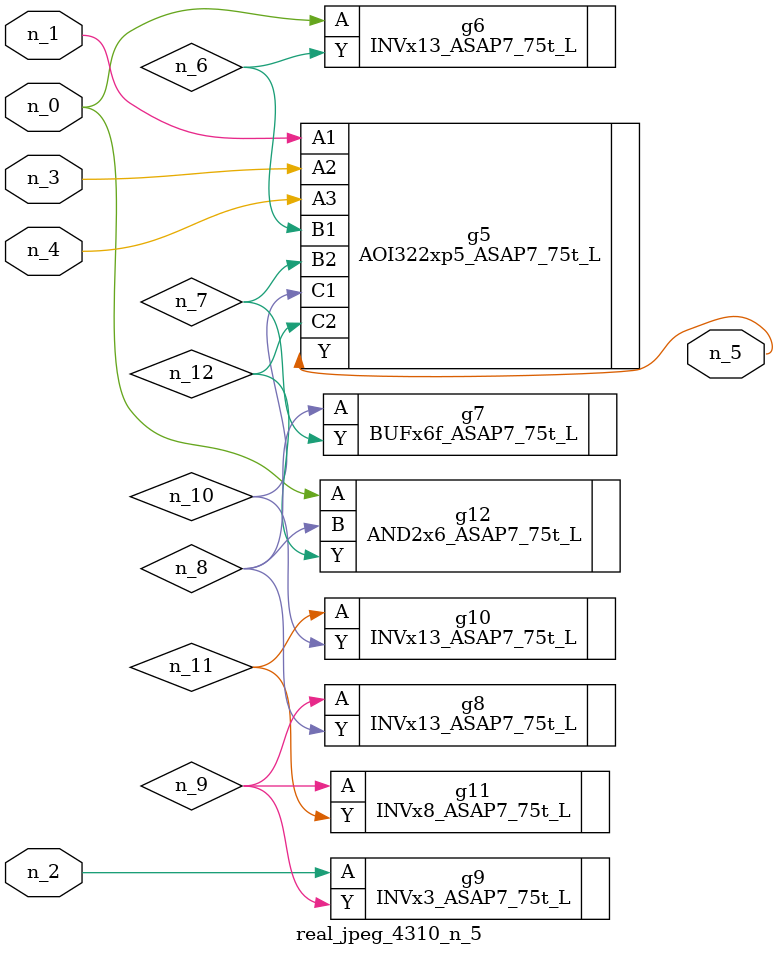
<source format=v>
module real_jpeg_4310_n_5 (n_4, n_0, n_1, n_2, n_3, n_5);

input n_4;
input n_0;
input n_1;
input n_2;
input n_3;

output n_5;

wire n_12;
wire n_8;
wire n_11;
wire n_6;
wire n_7;
wire n_10;
wire n_9;

INVx13_ASAP7_75t_L g6 ( 
.A(n_0),
.Y(n_6)
);

AND2x6_ASAP7_75t_L g12 ( 
.A(n_0),
.B(n_8),
.Y(n_12)
);

AOI322xp5_ASAP7_75t_L g5 ( 
.A1(n_1),
.A2(n_3),
.A3(n_4),
.B1(n_6),
.B2(n_7),
.C1(n_10),
.C2(n_12),
.Y(n_5)
);

INVx3_ASAP7_75t_L g9 ( 
.A(n_2),
.Y(n_9)
);

BUFx6f_ASAP7_75t_L g7 ( 
.A(n_8),
.Y(n_7)
);

INVx13_ASAP7_75t_L g8 ( 
.A(n_9),
.Y(n_8)
);

INVx8_ASAP7_75t_L g11 ( 
.A(n_9),
.Y(n_11)
);

INVx13_ASAP7_75t_L g10 ( 
.A(n_11),
.Y(n_10)
);


endmodule
</source>
